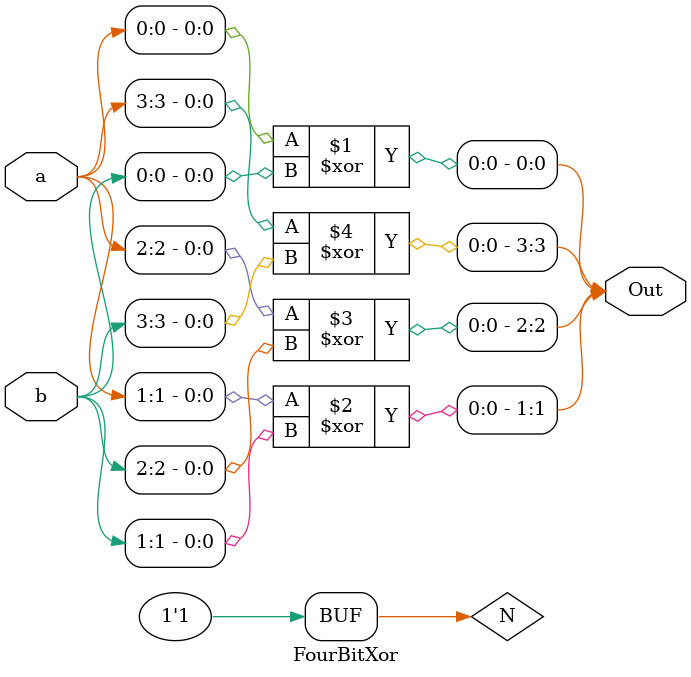
<source format=v>

module ALU (op, a, b, Out, Co);
	input [15:0] a; 
	input [15:0] b;
        input[1:0] op;
	output [15: 0]Out;
	output Co;
	wire [15:0]Add;
	wire [15:0]Sub;
	wire [15:0]Two;
	wire [15:0]Xor;
	wire [15:0]W;
	wire [3:0]C;
	wire cin = 1'd0;
	SixteenBitAdder A(.a(a[15:0]), .b(b[15:0]), .cin(cin) , .Cout(C[0]), .Sum(Add[15:0]));        
	SixteenBitSubtractor S(.a(a[15:0]), .b(b[15:0]), .bin(cin), .Bout(C[1]), .Diff(Sub[15:0]));   
	SixteenBitTwosComp T(.a(a[15:0]), .cin(cin),.Cout(C[2]), .Sum(Two[15:0]));                    
	SixteenBitXor X(.a(a[15:0]), .b(b[15:0]), .Out(Xor[15:0])); 															// Output Bits                             
	assign Out[15:0] = ({op[1],op[0]} == 2'b00) ? Add[15:0] :    	// If OP code is 00, MUX chooses the 16bitAdder
		({op[1],op[0]} == 2'b01) ? Sub[15:0] :                    	// If OP code is 01, MUX chooses the 16bitSubtractor
		({op[1],op[0]} == 2'b10) ? Two[15:0] :                    	// If OP code is 10, MUX chooses the 16bitTwosComp
		({op[1],op[0]} == 2'b11) ? Xor[15:0]: 1'bx ;              	// If OP code is 11, MUX chooses the 16bitXOR
																																				// Carry Out 
	assign Co = ({op[1],op[0]} == 2'b00) ? C[0] :                	// If OP code is 00, MUX chooses the 16bitAdder         
		({op[1],op[0]} == 2'b01) ? C[1] :                         	// If OP code is 01, MUX chooses the 16bitSubtractor
		({op[1],op[0]} == 2'b10) ? C[2] :          					 	// If OP code is 10, MUX chooses the 16bitTwosComp
		({op[1],op[0]} == 2'b11) ? C[3]: 1'bx ;	                	// If OP code is 11, MUX chooses the 16bitXOR	
endmodule

// Add ***********************************************************************************
module SixteenBitAdder (a, b, cin, Cout, Sum);
	input [15:0] a;
	input [15:0] b;
	input cin;
	output [15:0] Sum;
	output Cout;
	wire [15:0] Z;
	wire [3:0] W;
	FourBitAdder FA0(.a(a[3:0]), .b(b[3:0]), .cin(cin), .Cout(W[0]), .Sum(Z[3:0]));
	FourBitAdder FA1(.a(a[7:4]), .b(b[7:4]), .cin(W[0]), .Cout(W[1]), .Sum(Z[7:4])); 
	FourBitAdder FA2(.a(a[11:8]), .b(b[11:8]), .cin(W[1]), .Cout(W[2]), .Sum(Z[11:8])); 
	FourBitAdder FA3(.a(a[15:12]), .b(b[15:12]), .cin(W[2]), .Cout(W[3]), .Sum(Z[15:12]));
	assign Sum[15:0] = Z[15:0];
	assign Cout = W[3];
endmodule
module FourBitAdder (a, b, cin, Cout, Sum);
	input [3:0] a;
	input [3:0] b;
	input cin;
	output [3:0] Sum;
	output Cout;
	wire [3:0] Z;
	wire [3:0] W;
	FullAdder Fv0(.a(a[0]), .b(b[0]), .cin(cin), .Cout(W[0]), .Sum(Z[0]));
	FullAdder Fv1(.a(a[1]), .b(b[1]), .cin(W[0]), .Cout(W[1]), .Sum(Z[1])); 
	FullAdder Fv2(.a(a[2]), .b(b[2]), .cin(W[1]), .Cout(W[2]), .Sum(Z[2])); 
	FullAdder Fv3(.a(a[3]), .b(b[3]), .cin(W[2]), .Cout(W[3]), .Sum(Z[3]));
	assign Sum[3:0] = Z[3:0];
	assign Cout = W[3];
endmodule
module FullAdder(a, b, cin, Cout, Sum);
	input a;
	input b;
	input cin;
	output Sum;
	output Cout;
	assign {Cout, Sum} = a + b + cin;
endmodule

// Subtract ******************************************************************************
module SixteenBitSubtractor (a, b, bin, Bout, Diff);
	input [15:0] a;
	input [15:0] b;
	input bin;
	output [15:0] Diff;
	output Bout;
	wire [15:0] Z;
	wire [3:0] W;
	FourBitSubtractor FS0(.a(a[3:0]), .b(b[3:0]), .bin(bin), .Bout(W[0]), .Diff(Z[3:0]));
	FourBitSubtractor FS1(.a(a[7:4]), .b(b[7:4]), .bin(W[0]), .Bout(W[1]), .Diff(Z[7:4])); 
	FourBitSubtractor FS2(.a(a[11:8]), .b(b[11:8]), .bin(W[1]), .Bout(W[2]), .Diff(Z[11:8])); 
	FourBitSubtractor FS3(.a(a[15:12]), .b(b[15:12]), .bin(W[2]), .Bout(W[3]), .Diff(Z[15:12]));
	assign Diff[15:0] = Z[15:0];
	assign Bout = W[3];	
endmodule
module FourBitSubtractor (a, b, bin, Bout, Diff);
	input [3:0] a;
	input [3:0] b;
	input bin;
	output [3:0] Diff;
	output Bout;
	wire [3:0] Z;
	wire [3:0] W;
	FullSubtractor Fs0(.a(a[0]), .b(b[0]), .bin(bin), .Bout(W[0]), .Diff(Z[0]));
	FullSubtractor Fs1(.a(a[1]), .b(b[1]), .bin(W[0]), .Bout(W[1]), .Diff(Z[1])); 
	FullSubtractor Fs2(.a(a[2]), .b(b[2]), .bin(W[1]), .Bout(W[2]), .Diff(Z[2])); 
	FullSubtractor Fs3(.a(a[3]), .b(b[3]), .bin(W[2]), .Bout(W[3]), .Diff(Z[3]));
	assign Diff[3:0] = Z[3:0];
	assign Bout = W[3];
endmodule
module FullSubtractor(a, b, bin, Bout, Diff);
	input  a;
	input  b;
	input bin;
	output Diff;
	output Bout;
	wire[5:0]W;
	assign W[0] = a^b;
	assign W[1] = b&bin;
	assign W[2] = bin^W[0]; // Diff
	assign W[3] = b|bin; 
	assign W[4] = !a&W[3]; 
	assign W[5] = W[1]|W[4]; //Bout
	assign Diff = W[2];
	assign Bout = W[5];
endmodule

// Two's Complement **********************************************************************
module SixteenBitTwosComp (a, cin, Cout, Sum);
	input [15:0] a;
	input cin;
	output [15:0] Sum;
	output Cout;
	wire [15:0] Z;
	wire [15:0] S;
	wire C;
	SixteenBitInverter I0(.a(a[15:0]), .Out(Z[15:0]));
	SixteenBitAdder A0(.a(Z[15:0]), .b(16'b1), .cin(cin), .Cout(C), .Sum(S[15:0]));
	assign Sum[15:0] = S[15:0];
	assign Cout = C;
endmodule
module SixteenBitInverter (a, Out);
	input [15:0] a;
	output [15:0] Out;
	wire [15:0]W;
	FourBitInverter I0 (.a(a[3:0]), .Out(W[3:0]));
	FourBitInverter I1 (.a(a[7:4]), .Out(W[7:4]));
	FourBitInverter I2 (.a(a[11:8]), .Out(W[11:8]));
	FourBitInverter I3 (.a(a[15:12]), .Out(W[15:12]));
	assign Out[15:0] = W[15:0];
endmodule
module FourBitInverter(a, Out);
	input [3:0] a;
	output [3:0] Out;
	assign Out[0] = !a[0];
	assign Out[1] = !a[1];
	assign Out[2] = !a[2];
	assign Out[3] = !a[3];
endmodule

// Bitwise XOR ***************************************************************************
module SixteenBitXor (a, b, Out);
	input [15:0] a;
	input [15:0] b;
	output [15:0] Out;
	wire [15:0] Z;
	wire [3:0] W;
	FourBitXor FX0(.a(a[3:0]), .b(b[3:0]), .Out(Z[3:0]));
	FourBitXor FX1(.a(a[7:4]), .b(b[3:0]), .Out(Z[7:4])); 
	FourBitXor FX2(.a(a[11:8]), .b(b[3:0]), .Out(Z[11:8])); 
	FourBitXor FX3(.a(a[15:12]), .b(b[3:0]), .Out(Z[15:12]));
	assign Out[15:0] = Z[15:0];
endmodule
module FourBitXor (a, b, Out);
	input [3:0] a;
	input [3:0] b;
	output [3:0] Out;
	wire [3:0] Z;
	wire [3:0] W;
	wire N = 1;
	wire [3:0] A;
	xor(Out[0], a[0], b[0]);
	xor(Out[1], a[1], b[1]);
	xor(Out[2], a[2], b[2]);	
	xor(Out[3], a[3], b[3]);
endmodule

</source>
